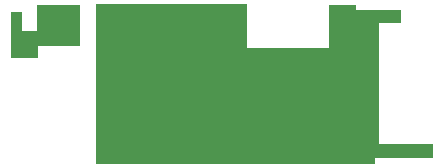
<source format=gbr>
G04 #@! TF.GenerationSoftware,KiCad,Pcbnew,7.0.7*
G04 #@! TF.CreationDate,2024-03-21T15:18:08+09:00*
G04 #@! TF.ProjectId,rs-probe,72732d70-726f-4626-952e-6b696361645f,rev?*
G04 #@! TF.SameCoordinates,Original*
G04 #@! TF.FileFunction,Glue,Top*
G04 #@! TF.FilePolarity,Positive*
%FSLAX46Y46*%
G04 Gerber Fmt 4.6, Leading zero omitted, Abs format (unit mm)*
G04 Created by KiCad (PCBNEW 7.0.7) date 2024-03-21 15:18:08*
%MOMM*%
%LPD*%
G01*
G04 APERTURE LIST*
%ADD10C,0.100000*%
G04 APERTURE END LIST*
D10*
X169700000Y-98800000D02*
X171600000Y-98800000D01*
X171600000Y-99300000D01*
X169700000Y-99300000D01*
X169700000Y-98800000D01*
G36*
X169700000Y-98800000D02*
G01*
X171600000Y-98800000D01*
X171600000Y-99300000D01*
X169700000Y-99300000D01*
X169700000Y-98800000D01*
G37*
X169700000Y-86800000D02*
X171600000Y-86800000D01*
X171600000Y-98800000D01*
X169700000Y-98800000D01*
X169700000Y-86800000D01*
G36*
X169700000Y-86800000D02*
G01*
X171600000Y-86800000D01*
X171600000Y-98800000D01*
X169700000Y-98800000D01*
X169700000Y-86800000D01*
G37*
X160400000Y-90000000D02*
X169700000Y-90000000D01*
X169700000Y-99800000D01*
X160400000Y-99800000D01*
X160400000Y-90000000D01*
G36*
X160400000Y-90000000D02*
G01*
X169700000Y-90000000D01*
X169700000Y-99800000D01*
X160400000Y-99800000D01*
X160400000Y-90000000D01*
G37*
X147700000Y-86300000D02*
X160400000Y-86300000D01*
X160400000Y-99800000D01*
X147700000Y-99800000D01*
X147700000Y-86300000D01*
G36*
X147700000Y-86300000D02*
G01*
X160400000Y-86300000D01*
X160400000Y-99800000D01*
X147700000Y-99800000D01*
X147700000Y-86300000D01*
G37*
X167500000Y-86400000D02*
X169700000Y-86400000D01*
X169700000Y-90000000D01*
X167500000Y-90000000D01*
X167500000Y-86400000D01*
G36*
X167500000Y-86400000D02*
G01*
X169700000Y-86400000D01*
X169700000Y-90000000D01*
X167500000Y-90000000D01*
X167500000Y-86400000D01*
G37*
X171600000Y-98200000D02*
X176200000Y-98200000D01*
X176200000Y-99300000D01*
X171600000Y-99300000D01*
X171600000Y-98200000D01*
G36*
X171600000Y-98200000D02*
G01*
X176200000Y-98200000D01*
X176200000Y-99300000D01*
X171600000Y-99300000D01*
X171600000Y-98200000D01*
G37*
X142700000Y-86400000D02*
X146300000Y-86400000D01*
X146300000Y-89800000D01*
X142700000Y-89800000D01*
X142700000Y-86400000D01*
G36*
X142700000Y-86400000D02*
G01*
X146300000Y-86400000D01*
X146300000Y-89800000D01*
X142700000Y-89800000D01*
X142700000Y-86400000D01*
G37*
X171600000Y-86800000D02*
X173450000Y-86800000D01*
X173450000Y-87800000D01*
X171600000Y-87800000D01*
X171600000Y-86800000D01*
G36*
X171600000Y-86800000D02*
G01*
X173450000Y-86800000D01*
X173450000Y-87800000D01*
X171600000Y-87800000D01*
X171600000Y-86800000D01*
G37*
X140550000Y-87000000D02*
X141350000Y-87000000D01*
X141350000Y-88550000D01*
X140550000Y-88550000D01*
X140550000Y-87000000D01*
G36*
X140550000Y-87000000D02*
G01*
X141350000Y-87000000D01*
X141350000Y-88550000D01*
X140550000Y-88550000D01*
X140550000Y-87000000D01*
G37*
X140550000Y-88550000D02*
X142700000Y-88550000D01*
X142700000Y-90800000D01*
X140550000Y-90800000D01*
X140550000Y-88550000D01*
G36*
X140550000Y-88550000D02*
G01*
X142700000Y-88550000D01*
X142700000Y-90800000D01*
X140550000Y-90800000D01*
X140550000Y-88550000D01*
G37*
X169700000Y-99300000D02*
X171300000Y-99300000D01*
X171300000Y-99800000D01*
X169700000Y-99800000D01*
X169700000Y-99300000D01*
G36*
X169700000Y-99300000D02*
G01*
X171300000Y-99300000D01*
X171300000Y-99800000D01*
X169700000Y-99800000D01*
X169700000Y-99300000D01*
G37*
M02*

</source>
